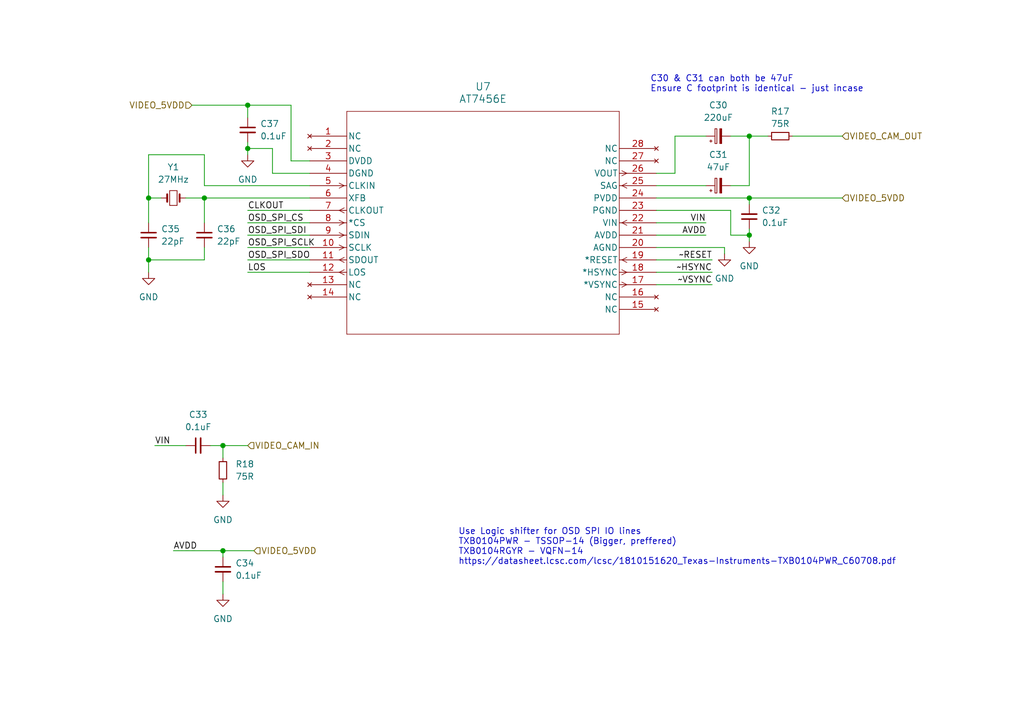
<source format=kicad_sch>
(kicad_sch (version 20230121) (generator eeschema)
  (paper "A5")
  (lib_symbols
    (symbol "2023-11-30_12-19-21:max7456eui+" (pin_names (offset 0.254))
      (property "Reference" "U" (at 35.56 10.16 0))
      (property "Value" "max7456eui+" (at 35.56 7.62 0))
      (symbol "max7456eui+_0_1"
        (polyline (pts (xy 7.0993 -28.4607) (xy 6.0579 -27.94)) (stroke (width 0.127)))
        (polyline (pts (xy 7.0993 -27.4193) (xy 6.0579 -27.94)) (stroke (width 0.127)))
        (polyline (pts (xy 7.0993 -25.9207) (xy 6.0579 -25.4)) (stroke (width 0.127)))
        (polyline (pts (xy 7.0993 -24.8793) (xy 6.0579 -25.4)) (stroke (width 0.127)))
        (polyline (pts (xy 7.0993 -22.86) (xy 6.0579 -23.3807)) (stroke (width 0.127)))
        (polyline (pts (xy 7.0993 -22.86) (xy 6.0579 -22.3393)) (stroke (width 0.127)))
        (polyline (pts (xy 7.0993 -20.32) (xy 6.0579 -20.8407)) (stroke (width 0.127)))
        (polyline (pts (xy 7.0993 -20.32) (xy 6.0579 -19.7993)) (stroke (width 0.127)))
        (polyline (pts (xy 7.0993 -17.78) (xy 6.0579 -18.3007)) (stroke (width 0.127)))
        (polyline (pts (xy 7.0993 -17.78) (xy 6.0579 -17.2593)) (stroke (width 0.127)))
        (polyline (pts (xy 7.0993 -15.7607) (xy 6.0579 -15.24)) (stroke (width 0.127)))
        (polyline (pts (xy 7.0993 -14.7193) (xy 6.0579 -15.24)) (stroke (width 0.127)))
        (polyline (pts (xy 7.0993 -10.16) (xy 6.0579 -10.6807)) (stroke (width 0.127)))
        (polyline (pts (xy 7.0993 -10.16) (xy 6.0579 -9.6393)) (stroke (width 0.127)))
        (polyline (pts (xy 7.62 -40.64) (xy 63.5 -40.64)) (stroke (width 0.127)))
        (polyline (pts (xy 7.62 5.08) (xy 7.62 -40.64)) (stroke (width 0.127)))
        (polyline (pts (xy 63.5 -40.64) (xy 63.5 5.08)) (stroke (width 0.127)))
        (polyline (pts (xy 63.5 5.08) (xy 7.62 5.08)) (stroke (width 0.127)))
        (polyline (pts (xy 64.0207 -31.0007) (xy 65.0621 -30.48)) (stroke (width 0.127)))
        (polyline (pts (xy 64.0207 -29.9593) (xy 65.0621 -30.48)) (stroke (width 0.127)))
        (polyline (pts (xy 64.0207 -28.4607) (xy 65.0621 -27.94)) (stroke (width 0.127)))
        (polyline (pts (xy 64.0207 -27.4193) (xy 65.0621 -27.94)) (stroke (width 0.127)))
        (polyline (pts (xy 64.0207 -25.4) (xy 65.0621 -25.9207)) (stroke (width 0.127)))
        (polyline (pts (xy 64.0207 -25.4) (xy 65.0621 -24.8793)) (stroke (width 0.127)))
        (polyline (pts (xy 64.0207 -17.78) (xy 65.0621 -18.3007)) (stroke (width 0.127)))
        (polyline (pts (xy 64.0207 -17.78) (xy 65.0621 -17.2593)) (stroke (width 0.127)))
        (polyline (pts (xy 64.0207 -10.16) (xy 65.0621 -10.6807)) (stroke (width 0.127)))
        (polyline (pts (xy 64.0207 -10.16) (xy 65.0621 -9.6393)) (stroke (width 0.127)))
        (polyline (pts (xy 64.0207 -8.1407) (xy 65.0621 -7.62)) (stroke (width 0.127)))
        (polyline (pts (xy 64.0207 -7.0993) (xy 65.0621 -7.62)) (stroke (width 0.127)))
        (pin no_connect line (at 0 0 0) (length 7.62) (name "NC") (number "1"))
        (pin input line (at 0 -22.86 0) (length 7.62) (name "SCLK") (number "10"))
        (pin output line (at 0 -25.4 0) (length 7.62) (name "SDOUT") (number "11"))
        (pin output line (at 0 -27.94 0) (length 7.62) (name "LOS") (number "12"))
        (pin no_connect line (at 0 -30.48 0) (length 7.62) (name "NC") (number "13"))
        (pin no_connect line (at 0 -33.02 0) (length 7.62) (name "NC") (number "14"))
        (pin no_connect line (at 71.12 -35.56 180) (length 7.62) (name "NC") (number "15"))
        (pin no_connect line (at 71.12 -33.02 180) (length 7.62) (name "NC") (number "16"))
        (pin output line (at 71.12 -30.48 180) (length 7.62) (name "*VSYNC") (number "17"))
        (pin output line (at 71.12 -27.94 180) (length 7.62) (name "*HSYNC") (number "18"))
        (pin input line (at 71.12 -25.4 180) (length 7.62) (name "*RESET") (number "19"))
        (pin no_connect line (at 0 -2.54 0) (length 7.62) (name "NC") (number "2"))
        (pin power_in line (at 71.12 -22.86 180) (length 7.62) (name "AGND") (number "20"))
        (pin power_in line (at 71.12 -20.32 180) (length 7.62) (name "AVDD") (number "21"))
        (pin input line (at 71.12 -17.78 180) (length 7.62) (name "VIN") (number "22"))
        (pin power_in line (at 71.12 -15.24 180) (length 7.62) (name "PGND") (number "23"))
        (pin power_in line (at 71.12 -12.7 180) (length 7.62) (name "PVDD") (number "24"))
        (pin input line (at 71.12 -10.16 180) (length 7.62) (name "SAG") (number "25"))
        (pin output line (at 71.12 -7.62 180) (length 7.62) (name "VOUT") (number "26"))
        (pin no_connect line (at 71.12 -5.08 180) (length 7.62) (name "NC") (number "27"))
        (pin no_connect line (at 71.12 -2.54 180) (length 7.62) (name "NC") (number "28"))
        (pin power_in line (at 0 -5.08 0) (length 7.62) (name "DVDD") (number "3"))
        (pin power_in line (at 0 -7.62 0) (length 7.62) (name "DGND") (number "4"))
        (pin input line (at 0 -10.16 0) (length 7.62) (name "CLKIN") (number "5"))
        (pin unspecified line (at 0 -12.7 0) (length 7.62) (name "XFB") (number "6"))
        (pin output line (at 0 -15.24 0) (length 7.62) (name "CLKOUT") (number "7"))
        (pin input line (at 0 -17.78 0) (length 7.62) (name "*CS") (number "8"))
        (pin input line (at 0 -20.32 0) (length 7.62) (name "SDIN") (number "9"))
      )
    )
    (symbol "Device:C_Polarized_Small" (pin_numbers hide) (pin_names (offset 0.254) hide)
      (property "Reference" "C" (at 0.254 1.778 0))
      (property "Value" "C_Polarized_Small" (at 0.254 -2.032 0))
      (symbol "C_Polarized_Small_0_1"
        (rectangle (start -1.524 -0.3048) (end 1.524 -0.6858) (fill (type outline)))
        (rectangle (start -1.524 0.6858) (end 1.524 0.3048))
        (polyline (pts (xy -1.27 1.524) (xy -0.762 1.524)))
        (polyline (pts (xy -1.016 1.27) (xy -1.016 1.778)))
      )
      (symbol "C_Polarized_Small_1_1"
        (pin passive line (at 0 2.54 270) (length 1.8542) (name "~") (number "1"))
        (pin passive line (at 0 -2.54 90) (length 1.8542) (name "~") (number "2"))
      )
    )
    (symbol "Device:C_Small" (pin_numbers hide) (pin_names (offset 0.254) hide)
      (property "Reference" "C" (at 0.254 1.778 0))
      (property "Value" "C_Small" (at 0.254 -2.032 0))
      (symbol "C_Small_0_1"
        (polyline (pts (xy -1.524 -0.508) (xy 1.524 -0.508)) (stroke (width 0.3302)))
        (polyline (pts (xy -1.524 0.508) (xy 1.524 0.508)) (stroke (width 0.3048)))
      )
      (symbol "C_Small_1_1"
        (pin passive line (at 0 2.54 270) (length 2.032) (name "~") (number "1"))
        (pin passive line (at 0 -2.54 90) (length 2.032) (name "~") (number "2"))
      )
    )
    (symbol "Device:Crystal_Small" (pin_numbers hide) (pin_names (offset 1.016) hide)
      (property "Reference" "Y" (at 0 2.54 0))
      (property "Value" "Crystal_Small" (at 0 -2.54 0))
      (symbol "Crystal_Small_0_1"
        (rectangle (start -0.762 -1.524) (end 0.762 1.524))
        (polyline (pts (xy -1.27 -0.762) (xy -1.27 0.762)) (stroke (width 0.381)))
        (polyline (pts (xy 1.27 -0.762) (xy 1.27 0.762)) (stroke (width 0.381)))
      )
      (symbol "Crystal_Small_1_1"
        (pin passive line (at -2.54 0 0) (length 1.27) (name "1") (number "1"))
        (pin passive line (at 2.54 0 180) (length 1.27) (name "2") (number "2"))
      )
    )
    (symbol "Device:R_Small" (pin_numbers hide) (pin_names (offset 0.254) hide)
      (property "Reference" "R" (at 0.762 0.508 0))
      (property "Value" "R_Small" (at 0.762 -1.016 0))
      (symbol "R_Small_0_1"
        (rectangle (start -0.762 1.778) (end 0.762 -1.778) (stroke (width 0.2032)))
      )
      (symbol "R_Small_1_1"
        (pin passive line (at 0 2.54 270) (length 0.762) (name "~") (number "1"))
        (pin passive line (at 0 -2.54 90) (length 0.762) (name "~") (number "2"))
      )
    )
    (symbol "power:GND" (power) (pin_names (offset 0))
      (property "Value" "GND" (at 0 -3.81 0))
      (symbol "GND_0_1"
        (polyline (pts (xy 0 0) (xy 0 -1.27) (xy 1.27 -1.27) (xy 0 -2.54) (xy -1.27 -1.27) (xy 0 -1.27)))
      )
      (symbol "GND_1_1"
        (pin power_in line (at 0 0 270) (length 0) hide (name "GND") (number "1"))
      )
    )
  )
  (junction (at 50.8 30.48))
  (junction (at 30.48 53.34))
  (junction (at 30.48 40.64))
  (junction (at 45.72 113.03))
  (junction (at 41.91 40.64))
  (junction (at 153.67 48.26))
  (junction (at 50.8 21.59))
  (junction (at 153.67 40.64))
  (junction (at 45.72 91.44))
  (junction (at 153.67 27.94))
  (wire (pts (xy 162.56 27.94) (xy 172.72 27.94)))
  (wire (pts (xy 134.62 48.26) (xy 144.78 48.26)))
  (wire (pts (xy 153.67 40.64) (xy 172.72 40.64)))
  (wire (pts (xy 41.91 50.8) (xy 41.91 53.34)))
  (wire (pts (xy 30.48 40.64) (xy 33.02 40.64)))
  (wire (pts (xy 134.62 53.34) (xy 146.05 53.34)))
  (wire (pts (xy 45.72 99.06) (xy 45.72 101.6)))
  (wire (pts (xy 148.59 50.8) (xy 148.59 52.07)))
  (wire (pts (xy 50.8 45.72) (xy 63.5 45.72)))
  (wire (pts (xy 50.8 43.18) (xy 63.5 43.18)))
  (wire (pts (xy 41.91 53.34) (xy 30.48 53.34)))
  (wire (pts (xy 55.88 30.48) (xy 50.8 30.48)))
  (wire (pts (xy 45.72 91.44) (xy 50.8 91.44)))
  (wire (pts (xy 63.5 35.56) (xy 55.88 35.56)))
  (wire (pts (xy 39.37 21.59) (xy 50.8 21.59)))
  (wire (pts (xy 134.62 50.8) (xy 148.59 50.8)))
  (wire (pts (xy 50.8 29.21) (xy 50.8 30.48)))
  (wire (pts (xy 50.8 30.48) (xy 50.8 31.75)))
  (wire (pts (xy 153.67 46.99) (xy 153.67 48.26)))
  (wire (pts (xy 153.67 40.64) (xy 153.67 41.91)))
  (wire (pts (xy 43.18 91.44) (xy 45.72 91.44)))
  (wire (pts (xy 45.72 113.03) (xy 52.07 113.03)))
  (wire (pts (xy 153.67 27.94) (xy 157.48 27.94)))
  (wire (pts (xy 153.67 48.26) (xy 153.67 49.53)))
  (wire (pts (xy 41.91 40.64) (xy 41.91 45.72)))
  (wire (pts (xy 31.75 91.44) (xy 38.1 91.44)))
  (wire (pts (xy 45.72 91.44) (xy 45.72 93.98)))
  (wire (pts (xy 134.62 58.42) (xy 146.05 58.42)))
  (wire (pts (xy 30.48 50.8) (xy 30.48 53.34)))
  (wire (pts (xy 41.91 38.1) (xy 63.5 38.1)))
  (wire (pts (xy 149.86 43.18) (xy 149.86 48.26)))
  (wire (pts (xy 45.72 113.03) (xy 45.72 114.3)))
  (wire (pts (xy 50.8 53.34) (xy 63.5 53.34)))
  (wire (pts (xy 41.91 31.75) (xy 30.48 31.75)))
  (wire (pts (xy 50.8 50.8) (xy 63.5 50.8)))
  (wire (pts (xy 50.8 21.59) (xy 59.69 21.59)))
  (wire (pts (xy 134.62 55.88) (xy 146.05 55.88)))
  (wire (pts (xy 59.69 33.02) (xy 59.69 21.59)))
  (wire (pts (xy 55.88 35.56) (xy 55.88 30.48)))
  (wire (pts (xy 45.72 119.38) (xy 45.72 121.92)))
  (wire (pts (xy 63.5 33.02) (xy 59.69 33.02)))
  (wire (pts (xy 134.62 43.18) (xy 149.86 43.18)))
  (wire (pts (xy 50.8 48.26) (xy 63.5 48.26)))
  (wire (pts (xy 30.48 45.72) (xy 30.48 40.64)))
  (wire (pts (xy 134.62 40.64) (xy 153.67 40.64)))
  (wire (pts (xy 144.78 27.94) (xy 138.43 27.94)))
  (wire (pts (xy 50.8 21.59) (xy 50.8 24.13)))
  (wire (pts (xy 138.43 27.94) (xy 138.43 35.56)))
  (wire (pts (xy 138.43 35.56) (xy 134.62 35.56)))
  (wire (pts (xy 149.86 27.94) (xy 153.67 27.94)))
  (wire (pts (xy 41.91 38.1) (xy 41.91 31.75)))
  (wire (pts (xy 30.48 31.75) (xy 30.48 40.64)))
  (wire (pts (xy 41.91 40.64) (xy 63.5 40.64)))
  (wire (pts (xy 149.86 38.1) (xy 153.67 38.1)))
  (wire (pts (xy 50.8 55.88) (xy 63.5 55.88)))
  (wire (pts (xy 38.1 40.64) (xy 41.91 40.64)))
  (wire (pts (xy 153.67 38.1) (xy 153.67 27.94)))
  (wire (pts (xy 35.56 113.03) (xy 45.72 113.03)))
  (wire (pts (xy 30.48 53.34) (xy 30.48 55.88)))
  (wire (pts (xy 134.62 45.72) (xy 144.78 45.72)))
  (wire (pts (xy 149.86 48.26) (xy 153.67 48.26)))
  (wire (pts (xy 134.62 38.1) (xy 144.78 38.1)))
  (text "C30 & C31 can both be 47uF\nEnsure C footprint is identical - just incase" (at 133.35 19.05 0) (effects (font (size 1.27 1.27)) (justify left bottom)))
  (text "Use Logic shifter for OSD SPI IO lines\nTXB0104PWR - TSSOP-14 (Bigger, preffered)\nTXB0104RGYR - VQFN-14\nhttps://datasheet.lcsc.com/lcsc/1810151620_Texas-Instruments-TXB0104PWR_C60708.pdf\n\n" (at 93.98 118.11 0) (effects (font (size 1.27 1.27)) (justify left bottom)))
  (label "VIN" (at 31.75 91.44 0))
  (label "VIN" (at 144.78 45.72 180))
  (label "OSD_SPI_SCLK" (at 50.8 50.8 0))
  (label "AVDD" (at 35.56 113.03 0))
  (label "AVDD" (at 144.78 48.26 180))
  (label "~VSYNC" (at 146.05 58.42 180))
  (label "OSD_SPI_CS" (at 50.8 45.72 0))
  (label "~RESET" (at 146.05 53.34 180))
  (label "CLKOUT" (at 50.8 43.18 0))
  (label "OSD_SPI_SDO" (at 50.8 53.34 0))
  (label "LOS" (at 50.8 55.88 0))
  (label "~HSYNC" (at 146.05 55.88 180))
  (label "OSD_SPI_SDI" (at 50.8 48.26 0))
  (hierarchical_label "VIDEO_CAM_OUT" (shape input) (at 172.72 27.94 0))
  (hierarchical_label "VIDEO_5VDD" (shape input) (at 39.37 21.59 180))
  (hierarchical_label "VIDEO_5VDD" (shape input) (at 52.07 113.03 0))
  (hierarchical_label "VIDEO_CAM_IN" (shape input) (at 50.8 91.44 0))
  (hierarchical_label "VIDEO_5VDD" (shape input) (at 172.72 40.64 0))
  (symbol (lib_id "Device:C_Polarized_Small") (at 147.32 27.94 90) (unit 1)
    (property "Reference" "C30" (at 147.32 21.59 90))
    (property "Value" "220uF" (at 147.32 24.13 90))
  )
  (symbol (lib_id "power:GND") (at 45.72 101.6 0) (unit 1)
    (property "Reference" "#PWR017" (effects hide))
    (property "Value" "GND" (at 45.72 106.68 0))
  )
  (symbol (lib_id "power:GND") (at 45.72 121.92 0) (unit 1)
    (property "Reference" "#PWR020" (effects hide))
    (property "Value" "GND" (at 45.72 127 0))
  )
  (symbol (lib_id "power:GND") (at 50.8 31.75 0) (unit 1)
    (property "Reference" "#PWR040" (effects hide))
    (property "Value" "GND" (at 50.8 36.83 0))
  )
  (symbol (lib_id "Device:R_Small") (at 160.02 27.94 90) (unit 1)
    (property "Reference" "R17" (at 160.02 22.86 90))
    (property "Value" "75R" (at 160.02 25.4 90))
  )
  (symbol (lib_id "Device:C_Small") (at 41.91 48.26 0) (unit 1)
    (property "Reference" "C36" (at 44.45 46.9963 0) (effects (justify left)))
    (property "Value" "22pF" (at 44.45 49.5363 0) (effects (justify left)))
  )
  (symbol (lib_id "Device:Crystal_Small") (at 35.56 40.64 0) (unit 1)
    (property "Reference" "Y1" (at 35.56 34.29 0))
    (property "Value" "27MHz" (at 35.56 36.83 0))
  )
  (symbol (lib_id "power:GND") (at 148.59 52.07 0) (unit 1)
    (property "Reference" "#PWR038" (effects hide))
    (property "Value" "GND" (at 148.59 57.15 0))
  )
  (symbol (lib_id "Device:C_Polarized_Small") (at 147.32 38.1 90) (unit 1)
    (property "Reference" "C31" (at 147.32 31.75 90))
    (property "Value" "47uF" (at 147.32 34.29 90))
  )
  (symbol (lib_id "Device:C_Small") (at 30.48 48.26 0) (unit 1)
    (property "Reference" "C35" (at 33.02 46.9963 0) (effects (justify left)))
    (property "Value" "22pF" (at 33.02 49.5363 0) (effects (justify left)))
  )
  (symbol (lib_id "Device:C_Small") (at 40.64 91.44 90) (unit 1)
    (property "Reference" "C33" (at 40.6463 85.09 90))
    (property "Value" "0.1uF" (at 40.6463 87.63 90))
  )
  (symbol (lib_id "power:GND") (at 153.67 49.53 0) (unit 1)
    (property "Reference" "#PWR014" (effects hide))
    (property "Value" "GND" (at 153.67 54.61 0))
  )
  (symbol (lib_id "2023-11-30_12-19-21:max7456eui+") (at 63.5 27.94 0) (unit 1)
    (property "Reference" "U7" (at 99.06 17.78 0) (effects (font (size 1.524 1.524))))
    (property "Value" "AT7456E" (at 99.06 20.32 0) (effects (font (size 1.524 1.524))))
    (property "Footprint" "AT7456E:21-0108G_U28E-5_MXM-L" (effects hide))
    (property "Datasheet" "https://github.com/Arduinolibrary/DFRobot_FireBeetle_OSD_Module/raw/master/AT7546.pdf" (effects hide))
    (property "Schematic" "https://github.com/Arduinolibrary/DFRobot_FireBeetle_OSD_Module/raw/master/FireBeetle%20OSD%20Character%20Overlay%20Module%20Schematic.pdf" (effects hide))
  )
  (symbol (lib_id "Device:C_Small") (at 50.8 26.67 0) (unit 1)
    (property "Reference" "C37" (at 53.34 25.4063 0) (effects (justify left)))
    (property "Value" "0.1uF" (at 53.34 27.9463 0) (effects (justify left)))
  )
  (symbol (lib_id "Device:R_Small") (at 45.72 96.52 0) (unit 1)
    (property "Reference" "R18" (at 48.26 95.25 0) (effects (justify left)))
    (property "Value" "75R" (at 48.26 97.79 0) (effects (justify left)))
  )
  (symbol (lib_id "power:GND") (at 30.48 55.88 0) (unit 1)
    (property "Reference" "#PWR039" (effects hide))
    (property "Value" "GND" (at 30.48 60.96 0))
  )
  (symbol (lib_id "Device:C_Small") (at 45.72 116.84 0) (unit 1)
    (property "Reference" "C34" (at 48.26 115.5763 0) (effects (justify left)))
    (property "Value" "0.1uF" (at 48.26 118.1163 0) (effects (justify left)))
  )
  (symbol (lib_id "Device:C_Small") (at 153.67 44.45 180) (unit 1)
    (property "Reference" "C32" (at 156.21 43.1736 0) (effects (justify right)))
    (property "Value" "0.1uF" (at 156.21 45.7136 0) (effects (justify right)))
  )
)
</source>
